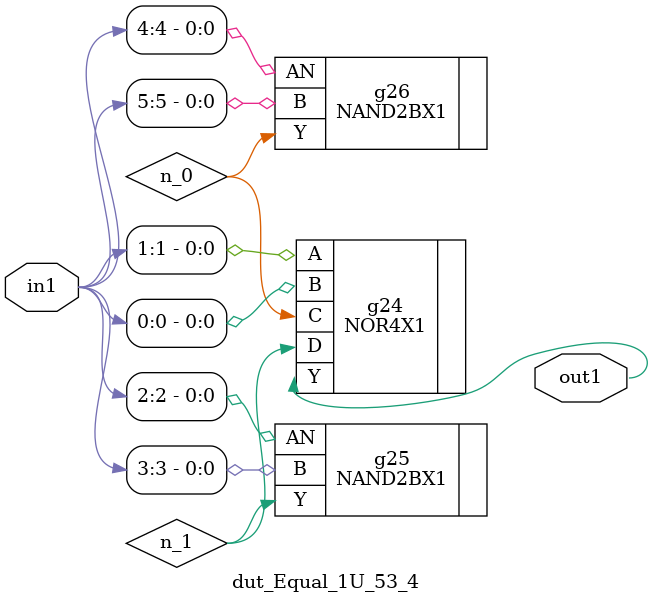
<source format=v>
`timescale 1ps / 1ps


module dut_Equal_1U_53_4(in1, out1);
  input [5:0] in1;
  output out1;
  wire [5:0] in1;
  wire out1;
  wire n_0, n_1;
  NOR4X1 g24(.A (in1[1]), .B (in1[0]), .C (n_0), .D (n_1), .Y (out1));
  NAND2BX1 g25(.AN (in1[2]), .B (in1[3]), .Y (n_1));
  NAND2BX1 g26(.AN (in1[4]), .B (in1[5]), .Y (n_0));
endmodule



</source>
